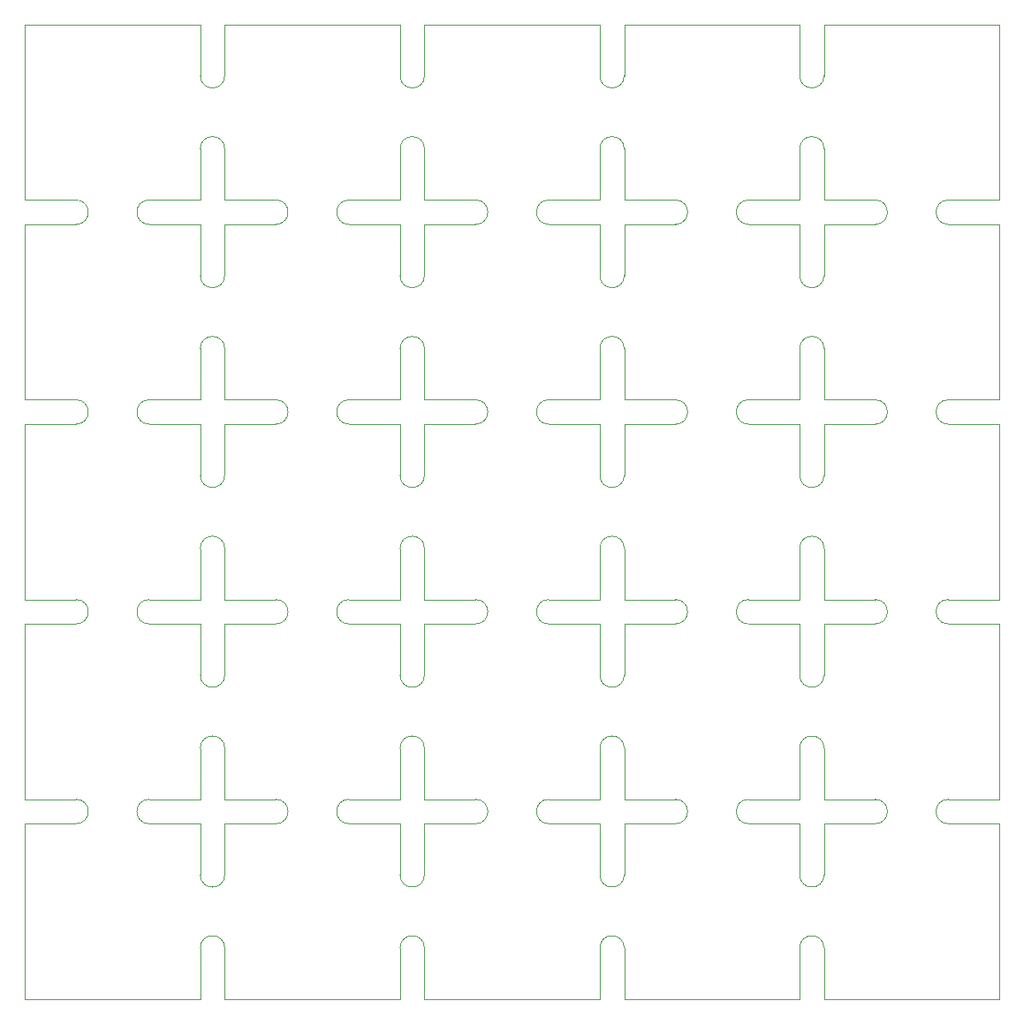
<source format=gbr>
%TF.GenerationSoftware,KiCad,Pcbnew,7.0.6*%
%TF.CreationDate,2023-12-01T18:17:32+09:00*%
%TF.ProjectId,PICWriter_20231201,50494357-7269-4746-9572-5f3230323331,rev?*%
%TF.SameCoordinates,Original*%
%TF.FileFunction,Profile,NP*%
%FSLAX46Y46*%
G04 Gerber Fmt 4.6, Leading zero omitted, Abs format (unit mm)*
G04 Created by KiCad (PCBNEW 7.0.6) date 2023-12-01 18:17:32*
%MOMM*%
%LPD*%
G01*
G04 APERTURE LIST*
%TA.AperFunction,Profile*%
%ADD10C,0.100000*%
%TD*%
%TA.AperFunction,Profile*%
%ADD11C,0.120000*%
%TD*%
G04 APERTURE END LIST*
D10*
X109000000Y-55250000D02*
X109000000Y-50000000D01*
X132000000Y-88500000D02*
X137250000Y-88500000D01*
X132000000Y-132000000D02*
X137250000Y-132000000D01*
X109000000Y-88500000D02*
X103750000Y-88500000D01*
X68000000Y-68000000D02*
X62750000Y-68000000D01*
X91000000Y-68000000D02*
X91000000Y-62750000D01*
X70500000Y-150000000D02*
X88500000Y-150000000D01*
X150000000Y-109000000D02*
X144750000Y-109000000D01*
X132000000Y-91000000D02*
X137250000Y-91000000D01*
X50000000Y-68000000D02*
X55250000Y-68000000D01*
X129500000Y-68000000D02*
X124250000Y-68000000D01*
X70500000Y-91000000D02*
X70500000Y-96250000D01*
X50000000Y-88500000D02*
X55250000Y-88500000D01*
X88500000Y-88500000D02*
X88500000Y-83250000D01*
X132000000Y-70500000D02*
X132000000Y-75750000D01*
X132000000Y-70500000D02*
X137250000Y-70500000D01*
X88500000Y-111500000D02*
X83250000Y-111500000D01*
X70500000Y-129500000D02*
X70500000Y-124250000D01*
X68000000Y-129500000D02*
X62750000Y-129500000D01*
X129500000Y-109000000D02*
X129500000Y-103750000D01*
X50000000Y-70500000D02*
X55250000Y-70500000D01*
X68000000Y-75750000D02*
X68000000Y-70500000D01*
X129500000Y-68000000D02*
X129500000Y-62750000D01*
X150000000Y-88500000D02*
X150000000Y-70500000D01*
X68000000Y-129500000D02*
X68000000Y-124250000D01*
X150000000Y-68000000D02*
X144750000Y-68000000D01*
X109000000Y-129500000D02*
X103750000Y-129500000D01*
X50000000Y-132000000D02*
X55250000Y-132000000D01*
X88500000Y-116750000D02*
X88500000Y-111500000D01*
X70500000Y-70500000D02*
X75750000Y-70500000D01*
X91000000Y-111500000D02*
X96250000Y-111500000D01*
X50000000Y-111500000D02*
X55250000Y-111500000D01*
X132000000Y-150000000D02*
X150000000Y-150000000D01*
X109000000Y-50000000D02*
X91000000Y-50000000D01*
X88500000Y-150000000D02*
X88500000Y-144750000D01*
X132000000Y-109000000D02*
X137250000Y-109000000D01*
X91000000Y-88500000D02*
X96250000Y-88500000D01*
X129500000Y-132000000D02*
X124250000Y-132000000D01*
X70500000Y-109000000D02*
X70500000Y-103750000D01*
X150000000Y-132000000D02*
X144750000Y-132000000D01*
X88500000Y-91000000D02*
X83250000Y-91000000D01*
X111500000Y-111500000D02*
X116750000Y-111500000D01*
X68000000Y-88500000D02*
X68000000Y-83250000D01*
X88500000Y-96250000D02*
X88500000Y-91000000D01*
X70500000Y-91000000D02*
X75750000Y-91000000D01*
X70500000Y-88500000D02*
X75750000Y-88500000D01*
X88500000Y-137250000D02*
X88500000Y-132000000D01*
X111500000Y-132000000D02*
X116750000Y-132000000D01*
X132000000Y-111500000D02*
X137250000Y-111500000D01*
X129500000Y-96250000D02*
X129500000Y-91000000D01*
X132000000Y-129500000D02*
X137250000Y-129500000D01*
X111500000Y-88500000D02*
X116750000Y-88500000D01*
X70500000Y-132000000D02*
X75750000Y-132000000D01*
X132000000Y-50000000D02*
X132000000Y-55250000D01*
X50000000Y-129500000D02*
X55250000Y-129500000D01*
X88500000Y-109000000D02*
X83250000Y-109000000D01*
X132000000Y-91000000D02*
X132000000Y-96250000D01*
X129500000Y-111500000D02*
X124250000Y-111500000D01*
X109000000Y-91000000D02*
X103750000Y-91000000D01*
X88500000Y-68000000D02*
X88500000Y-62750000D01*
X70500000Y-111500000D02*
X75750000Y-111500000D01*
X132000000Y-68000000D02*
X132000000Y-62750000D01*
X109000000Y-109000000D02*
X109000000Y-103750000D01*
X88500000Y-129500000D02*
X88500000Y-124250000D01*
X129500000Y-91000000D02*
X124250000Y-91000000D01*
X111500000Y-150000000D02*
X129500000Y-150000000D01*
X109000000Y-129500000D02*
X109000000Y-124250000D01*
X88500000Y-129500000D02*
X83250000Y-129500000D01*
X109000000Y-109000000D02*
X103750000Y-109000000D01*
X109000000Y-111500000D02*
X103750000Y-111500000D01*
X91000000Y-129500000D02*
X91000000Y-124250000D01*
X91000000Y-132000000D02*
X96250000Y-132000000D01*
X111500000Y-109000000D02*
X111500000Y-103750000D01*
X132000000Y-68000000D02*
X137250000Y-68000000D01*
X111500000Y-50000000D02*
X111500000Y-55250000D01*
X111500000Y-70500000D02*
X116750000Y-70500000D01*
X109000000Y-88500000D02*
X109000000Y-83250000D01*
X50000000Y-150000000D02*
X68000000Y-150000000D01*
X150000000Y-109000000D02*
X150000000Y-91000000D01*
X111500000Y-150000000D02*
X111500000Y-144750000D01*
X88500000Y-50000000D02*
X70500000Y-50000000D01*
X129500000Y-70500000D02*
X124250000Y-70500000D01*
X68000000Y-68000000D02*
X68000000Y-62750000D01*
X132000000Y-132000000D02*
X132000000Y-137250000D01*
X150000000Y-88500000D02*
X144750000Y-88500000D01*
X50000000Y-88500000D02*
X50000000Y-70500000D01*
X109000000Y-116750000D02*
X109000000Y-111500000D01*
X150000000Y-91000000D02*
X144750000Y-91000000D01*
X68000000Y-150000000D02*
X68000000Y-144750000D01*
X68000000Y-91000000D02*
X62750000Y-91000000D01*
X91000000Y-50000000D02*
X91000000Y-55250000D01*
X70500000Y-50000000D02*
X70500000Y-55250000D01*
X70500000Y-111500000D02*
X70500000Y-116750000D01*
X109000000Y-68000000D02*
X109000000Y-62750000D01*
X68000000Y-88500000D02*
X62750000Y-88500000D01*
X109000000Y-75750000D02*
X109000000Y-70500000D01*
X111500000Y-68000000D02*
X116750000Y-68000000D01*
X111500000Y-129500000D02*
X111500000Y-124250000D01*
X68000000Y-132000000D02*
X62750000Y-132000000D01*
X129500000Y-116750000D02*
X129500000Y-111500000D01*
X129500000Y-129500000D02*
X129500000Y-124250000D01*
X68000000Y-109000000D02*
X68000000Y-103750000D01*
X68000000Y-50000000D02*
X50000000Y-50000000D01*
X88500000Y-55250000D02*
X88500000Y-50000000D01*
X150000000Y-70500000D02*
X144750000Y-70500000D01*
X68000000Y-116750000D02*
X68000000Y-111500000D01*
X150000000Y-150000000D02*
X150000000Y-132000000D01*
X132000000Y-88500000D02*
X132000000Y-83250000D01*
X129500000Y-137250000D02*
X129500000Y-132000000D01*
X111500000Y-68000000D02*
X111500000Y-62750000D01*
X70500000Y-150000000D02*
X70500000Y-144750000D01*
X70500000Y-109000000D02*
X75750000Y-109000000D01*
X109000000Y-137250000D02*
X109000000Y-132000000D01*
X70500000Y-129500000D02*
X75750000Y-129500000D01*
X111500000Y-129500000D02*
X116750000Y-129500000D01*
X109000000Y-132000000D02*
X103750000Y-132000000D01*
X91000000Y-129500000D02*
X96250000Y-129500000D01*
X88500000Y-68000000D02*
X83250000Y-68000000D01*
X70500000Y-88500000D02*
X70500000Y-83250000D01*
X88500000Y-132000000D02*
X83250000Y-132000000D01*
X91000000Y-109000000D02*
X91000000Y-103750000D01*
X150000000Y-68000000D02*
X150000000Y-50000000D01*
X111500000Y-111500000D02*
X111500000Y-116750000D01*
X91000000Y-70500000D02*
X91000000Y-75750000D01*
X91000000Y-132000000D02*
X91000000Y-137250000D01*
X68000000Y-137250000D02*
X68000000Y-132000000D01*
X132000000Y-129500000D02*
X132000000Y-124250000D01*
X68000000Y-109000000D02*
X62750000Y-109000000D01*
X91000000Y-70500000D02*
X96250000Y-70500000D01*
X129500000Y-55250000D02*
X129500000Y-50000000D01*
X129500000Y-88500000D02*
X129500000Y-83250000D01*
X129500000Y-129500000D02*
X124250000Y-129500000D01*
X70500000Y-132000000D02*
X70500000Y-137250000D01*
X68000000Y-111500000D02*
X62750000Y-111500000D01*
X68000000Y-70500000D02*
X62750000Y-70500000D01*
X50000000Y-109000000D02*
X55250000Y-109000000D01*
X150000000Y-129500000D02*
X144750000Y-129500000D01*
X50000000Y-50000000D02*
X50000000Y-68000000D01*
X91000000Y-109000000D02*
X96250000Y-109000000D01*
X70500000Y-70500000D02*
X70500000Y-75750000D01*
X111500000Y-88500000D02*
X111500000Y-83250000D01*
X91000000Y-150000000D02*
X91000000Y-144750000D01*
X109000000Y-70500000D02*
X103750000Y-70500000D01*
X132000000Y-109000000D02*
X132000000Y-103750000D01*
X111500000Y-132000000D02*
X111500000Y-137250000D01*
X129500000Y-150000000D02*
X129500000Y-144750000D01*
X50000000Y-91000000D02*
X55250000Y-91000000D01*
X109000000Y-150000000D02*
X109000000Y-144750000D01*
X129500000Y-50000000D02*
X111500000Y-50000000D01*
X129500000Y-109000000D02*
X124250000Y-109000000D01*
X68000000Y-55250000D02*
X68000000Y-50000000D01*
X150000000Y-129500000D02*
X150000000Y-111500000D01*
X50000000Y-109000000D02*
X50000000Y-91000000D01*
X150000000Y-111500000D02*
X144750000Y-111500000D01*
X91000000Y-150000000D02*
X109000000Y-150000000D01*
X129500000Y-75750000D02*
X129500000Y-70500000D01*
X129500000Y-88500000D02*
X124250000Y-88500000D01*
X91000000Y-88500000D02*
X91000000Y-83250000D01*
X111500000Y-109000000D02*
X116750000Y-109000000D01*
X88500000Y-75750000D02*
X88500000Y-70500000D01*
X132000000Y-111500000D02*
X132000000Y-116750000D01*
X132000000Y-150000000D02*
X132000000Y-144750000D01*
X111500000Y-70500000D02*
X111500000Y-75750000D01*
X91000000Y-68000000D02*
X96250000Y-68000000D01*
X70500000Y-68000000D02*
X70500000Y-62750000D01*
X88500000Y-88500000D02*
X83250000Y-88500000D01*
X88500000Y-70500000D02*
X83250000Y-70500000D01*
X111500000Y-91000000D02*
X111500000Y-96250000D01*
X50000000Y-129500000D02*
X50000000Y-111500000D01*
X150000000Y-50000000D02*
X132000000Y-50000000D01*
X50000000Y-150000000D02*
X50000000Y-132000000D01*
X109000000Y-96250000D02*
X109000000Y-91000000D01*
X109000000Y-68000000D02*
X103750000Y-68000000D01*
X68000000Y-96250000D02*
X68000000Y-91000000D01*
X70500000Y-68000000D02*
X75750000Y-68000000D01*
X88500000Y-109000000D02*
X88500000Y-103750000D01*
X111500000Y-91000000D02*
X116750000Y-91000000D01*
X91000000Y-91000000D02*
X96250000Y-91000000D01*
X91000000Y-91000000D02*
X91000000Y-96250000D01*
X91000000Y-111500000D02*
X91000000Y-116750000D01*
D11*
%TO.C,REF\u002A\u002A*%
X124250000Y-129500000D02*
G75*
G03*
X124250000Y-132000000I0J-1250000D01*
G01*
X116750000Y-132000000D02*
G75*
G03*
X116750000Y-129500000I0J1250000D01*
G01*
X83250000Y-109000000D02*
G75*
G03*
X83250000Y-111500000I0J-1250000D01*
G01*
X75750000Y-111500000D02*
G75*
G03*
X75750000Y-109000000I0J1250000D01*
G01*
X70500000Y-83250000D02*
G75*
G03*
X68000000Y-83250000I-1250000J0D01*
G01*
X68000000Y-75750000D02*
G75*
G03*
X70500000Y-75750000I1250000J0D01*
G01*
X144750000Y-88500000D02*
G75*
G03*
X144750000Y-91000000I0J-1250000D01*
G01*
X137250000Y-91000000D02*
G75*
G03*
X137250000Y-88500000I0J1250000D01*
G01*
X132000000Y-83250000D02*
G75*
G03*
X129500000Y-83250000I-1250000J0D01*
G01*
X129500000Y-75750000D02*
G75*
G03*
X132000000Y-75750000I1250000J0D01*
G01*
X91000000Y-124250000D02*
G75*
G03*
X88500000Y-124250000I-1250000J0D01*
G01*
X88500000Y-116750000D02*
G75*
G03*
X91000000Y-116750000I1250000J0D01*
G01*
X132000000Y-62750000D02*
G75*
G03*
X129500000Y-62750000I-1250000J0D01*
G01*
X129500000Y-55250000D02*
G75*
G03*
X132000000Y-55250000I1250000J0D01*
G01*
X70500000Y-124250000D02*
G75*
G03*
X68000000Y-124250000I-1250000J0D01*
G01*
X68000000Y-116750000D02*
G75*
G03*
X70500000Y-116750000I1250000J0D01*
G01*
X144750000Y-109000000D02*
G75*
G03*
X144750000Y-111500000I0J-1250000D01*
G01*
X137250000Y-111500000D02*
G75*
G03*
X137250000Y-109000000I0J1250000D01*
G01*
X91000000Y-144750000D02*
G75*
G03*
X88500000Y-144750000I-1250000J0D01*
G01*
X88500000Y-137250000D02*
G75*
G03*
X91000000Y-137250000I1250000J0D01*
G01*
X124250000Y-88500000D02*
G75*
G03*
X124250000Y-91000000I0J-1250000D01*
G01*
X116750000Y-91000000D02*
G75*
G03*
X116750000Y-88500000I0J1250000D01*
G01*
X83250000Y-129500000D02*
G75*
G03*
X83250000Y-132000000I0J-1250000D01*
G01*
X75750000Y-132000000D02*
G75*
G03*
X75750000Y-129500000I0J1250000D01*
G01*
X103750000Y-129500000D02*
G75*
G03*
X103750000Y-132000000I0J-1250000D01*
G01*
X96250000Y-132000000D02*
G75*
G03*
X96250000Y-129500000I0J1250000D01*
G01*
X124250000Y-68000000D02*
G75*
G03*
X124250000Y-70500000I0J-1250000D01*
G01*
X116750000Y-70500000D02*
G75*
G03*
X116750000Y-68000000I0J1250000D01*
G01*
X124250000Y-109000000D02*
G75*
G03*
X124250000Y-111500000I0J-1250000D01*
G01*
X116750000Y-111500000D02*
G75*
G03*
X116750000Y-109000000I0J1250000D01*
G01*
X62750000Y-109000000D02*
G75*
G03*
X62750000Y-111500000I0J-1250000D01*
G01*
X55250000Y-111500000D02*
G75*
G03*
X55250000Y-109000000I0J1250000D01*
G01*
X83250000Y-68000000D02*
G75*
G03*
X83250000Y-70500000I0J-1250000D01*
G01*
X75750000Y-70500000D02*
G75*
G03*
X75750000Y-68000000I0J1250000D01*
G01*
X91000000Y-103750000D02*
G75*
G03*
X88500000Y-103750000I-1250000J0D01*
G01*
X88500000Y-96250000D02*
G75*
G03*
X91000000Y-96250000I1250000J0D01*
G01*
X91000000Y-62750000D02*
G75*
G03*
X88500000Y-62750000I-1250000J0D01*
G01*
X88500000Y-55250000D02*
G75*
G03*
X91000000Y-55250000I1250000J0D01*
G01*
X70500000Y-62750000D02*
G75*
G03*
X68000000Y-62750000I-1250000J0D01*
G01*
X68000000Y-55250000D02*
G75*
G03*
X70500000Y-55250000I1250000J0D01*
G01*
X132000000Y-124250000D02*
G75*
G03*
X129500000Y-124250000I-1250000J0D01*
G01*
X129500000Y-116750000D02*
G75*
G03*
X132000000Y-116750000I1250000J0D01*
G01*
X111500000Y-124250000D02*
G75*
G03*
X109000000Y-124250000I-1250000J0D01*
G01*
X109000000Y-116750000D02*
G75*
G03*
X111500000Y-116750000I1250000J0D01*
G01*
X144750000Y-68000000D02*
G75*
G03*
X144750000Y-70500000I0J-1250000D01*
G01*
X137250000Y-70500000D02*
G75*
G03*
X137250000Y-68000000I0J1250000D01*
G01*
X83250000Y-88500000D02*
G75*
G03*
X83250000Y-91000000I0J-1250000D01*
G01*
X75750000Y-91000000D02*
G75*
G03*
X75750000Y-88500000I0J1250000D01*
G01*
X111500000Y-103750000D02*
G75*
G03*
X109000000Y-103750000I-1250000J0D01*
G01*
X109000000Y-96250000D02*
G75*
G03*
X111500000Y-96250000I1250000J0D01*
G01*
X70500000Y-144750000D02*
G75*
G03*
X68000000Y-144750000I-1250000J0D01*
G01*
X68000000Y-137250000D02*
G75*
G03*
X70500000Y-137250000I1250000J0D01*
G01*
X144750000Y-129500000D02*
G75*
G03*
X144750000Y-132000000I0J-1250000D01*
G01*
X137250000Y-132000000D02*
G75*
G03*
X137250000Y-129500000I0J1250000D01*
G01*
X62750000Y-68000000D02*
G75*
G03*
X62750000Y-70500000I0J-1250000D01*
G01*
X55250000Y-70500000D02*
G75*
G03*
X55250000Y-68000000I0J1250000D01*
G01*
X111500000Y-144750000D02*
G75*
G03*
X109000000Y-144750000I-1250000J0D01*
G01*
X109000000Y-137250000D02*
G75*
G03*
X111500000Y-137250000I1250000J0D01*
G01*
X111500000Y-83250000D02*
G75*
G03*
X109000000Y-83250000I-1250000J0D01*
G01*
X109000000Y-75750000D02*
G75*
G03*
X111500000Y-75750000I1250000J0D01*
G01*
X103750000Y-109000000D02*
G75*
G03*
X103750000Y-111500000I0J-1250000D01*
G01*
X96250000Y-111500000D02*
G75*
G03*
X96250000Y-109000000I0J1250000D01*
G01*
X111500000Y-62750000D02*
G75*
G03*
X109000000Y-62750000I-1250000J0D01*
G01*
X109000000Y-55250000D02*
G75*
G03*
X111500000Y-55250000I1250000J0D01*
G01*
X62750000Y-88500000D02*
G75*
G03*
X62750000Y-91000000I0J-1250000D01*
G01*
X55250000Y-91000000D02*
G75*
G03*
X55250000Y-88500000I0J1250000D01*
G01*
X62750000Y-129500000D02*
G75*
G03*
X62750000Y-132000000I0J-1250000D01*
G01*
X55250000Y-132000000D02*
G75*
G03*
X55250000Y-129500000I0J1250000D01*
G01*
X103750000Y-88500000D02*
G75*
G03*
X103750000Y-91000000I0J-1250000D01*
G01*
X96250000Y-91000000D02*
G75*
G03*
X96250000Y-88500000I0J1250000D01*
G01*
X91000000Y-83250000D02*
G75*
G03*
X88500000Y-83250000I-1250000J0D01*
G01*
X88500000Y-75750000D02*
G75*
G03*
X91000000Y-75750000I1250000J0D01*
G01*
X103750000Y-68000000D02*
G75*
G03*
X103750000Y-70500000I0J-1250000D01*
G01*
X96250000Y-70500000D02*
G75*
G03*
X96250000Y-68000000I0J1250000D01*
G01*
X70500000Y-103750000D02*
G75*
G03*
X68000000Y-103750000I-1250000J0D01*
G01*
X68000000Y-96250000D02*
G75*
G03*
X70500000Y-96250000I1250000J0D01*
G01*
X132000000Y-144750000D02*
G75*
G03*
X129500000Y-144750000I-1250000J0D01*
G01*
X129500000Y-137250000D02*
G75*
G03*
X132000000Y-137250000I1250000J0D01*
G01*
X132000000Y-103750000D02*
G75*
G03*
X129500000Y-103750000I-1250000J0D01*
G01*
X129500000Y-96250000D02*
G75*
G03*
X132000000Y-96250000I1250000J0D01*
G01*
%TD*%
M02*

</source>
